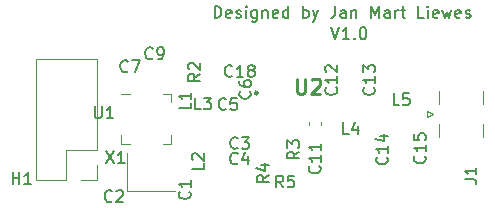
<source format=gbr>
%TF.GenerationSoftware,KiCad,Pcbnew,(5.1.6)-1*%
%TF.CreationDate,2020-08-19T15:04:17+02:00*%
%TF.ProjectId,nRF24module,6e524632-346d-46f6-9475-6c652e6b6963,1*%
%TF.SameCoordinates,Original*%
%TF.FileFunction,Legend,Top*%
%TF.FilePolarity,Positive*%
%FSLAX46Y46*%
G04 Gerber Fmt 4.6, Leading zero omitted, Abs format (unit mm)*
G04 Created by KiCad (PCBNEW (5.1.6)-1) date 2020-08-19 15:04:17*
%MOMM*%
%LPD*%
G01*
G04 APERTURE LIST*
%ADD10C,0.200000*%
%ADD11C,0.120000*%
%ADD12C,0.250000*%
%ADD13C,0.150000*%
%ADD14C,0.254000*%
G04 APERTURE END LIST*
D10*
X146676190Y-94652380D02*
X147009523Y-95652380D01*
X147342857Y-94652380D01*
X148200000Y-95652380D02*
X147628571Y-95652380D01*
X147914285Y-95652380D02*
X147914285Y-94652380D01*
X147819047Y-94795238D01*
X147723809Y-94890476D01*
X147628571Y-94938095D01*
X148628571Y-95557142D02*
X148676190Y-95604761D01*
X148628571Y-95652380D01*
X148580952Y-95604761D01*
X148628571Y-95557142D01*
X148628571Y-95652380D01*
X149295238Y-94652380D02*
X149390476Y-94652380D01*
X149485714Y-94700000D01*
X149533333Y-94747619D01*
X149580952Y-94842857D01*
X149628571Y-95033333D01*
X149628571Y-95271428D01*
X149580952Y-95461904D01*
X149533333Y-95557142D01*
X149485714Y-95604761D01*
X149390476Y-95652380D01*
X149295238Y-95652380D01*
X149200000Y-95604761D01*
X149152380Y-95557142D01*
X149104761Y-95461904D01*
X149057142Y-95271428D01*
X149057142Y-95033333D01*
X149104761Y-94842857D01*
X149152380Y-94747619D01*
X149200000Y-94700000D01*
X149295238Y-94652380D01*
X136790476Y-93852380D02*
X136790476Y-92852380D01*
X137028571Y-92852380D01*
X137171428Y-92900000D01*
X137266666Y-92995238D01*
X137314285Y-93090476D01*
X137361904Y-93280952D01*
X137361904Y-93423809D01*
X137314285Y-93614285D01*
X137266666Y-93709523D01*
X137171428Y-93804761D01*
X137028571Y-93852380D01*
X136790476Y-93852380D01*
X138171428Y-93804761D02*
X138076190Y-93852380D01*
X137885714Y-93852380D01*
X137790476Y-93804761D01*
X137742857Y-93709523D01*
X137742857Y-93328571D01*
X137790476Y-93233333D01*
X137885714Y-93185714D01*
X138076190Y-93185714D01*
X138171428Y-93233333D01*
X138219047Y-93328571D01*
X138219047Y-93423809D01*
X137742857Y-93519047D01*
X138600000Y-93804761D02*
X138695238Y-93852380D01*
X138885714Y-93852380D01*
X138980952Y-93804761D01*
X139028571Y-93709523D01*
X139028571Y-93661904D01*
X138980952Y-93566666D01*
X138885714Y-93519047D01*
X138742857Y-93519047D01*
X138647619Y-93471428D01*
X138600000Y-93376190D01*
X138600000Y-93328571D01*
X138647619Y-93233333D01*
X138742857Y-93185714D01*
X138885714Y-93185714D01*
X138980952Y-93233333D01*
X139457142Y-93852380D02*
X139457142Y-93185714D01*
X139457142Y-92852380D02*
X139409523Y-92900000D01*
X139457142Y-92947619D01*
X139504761Y-92900000D01*
X139457142Y-92852380D01*
X139457142Y-92947619D01*
X140361904Y-93185714D02*
X140361904Y-93995238D01*
X140314285Y-94090476D01*
X140266666Y-94138095D01*
X140171428Y-94185714D01*
X140028571Y-94185714D01*
X139933333Y-94138095D01*
X140361904Y-93804761D02*
X140266666Y-93852380D01*
X140076190Y-93852380D01*
X139980952Y-93804761D01*
X139933333Y-93757142D01*
X139885714Y-93661904D01*
X139885714Y-93376190D01*
X139933333Y-93280952D01*
X139980952Y-93233333D01*
X140076190Y-93185714D01*
X140266666Y-93185714D01*
X140361904Y-93233333D01*
X140838095Y-93185714D02*
X140838095Y-93852380D01*
X140838095Y-93280952D02*
X140885714Y-93233333D01*
X140980952Y-93185714D01*
X141123809Y-93185714D01*
X141219047Y-93233333D01*
X141266666Y-93328571D01*
X141266666Y-93852380D01*
X142123809Y-93804761D02*
X142028571Y-93852380D01*
X141838095Y-93852380D01*
X141742857Y-93804761D01*
X141695238Y-93709523D01*
X141695238Y-93328571D01*
X141742857Y-93233333D01*
X141838095Y-93185714D01*
X142028571Y-93185714D01*
X142123809Y-93233333D01*
X142171428Y-93328571D01*
X142171428Y-93423809D01*
X141695238Y-93519047D01*
X143028571Y-93852380D02*
X143028571Y-92852380D01*
X143028571Y-93804761D02*
X142933333Y-93852380D01*
X142742857Y-93852380D01*
X142647619Y-93804761D01*
X142600000Y-93757142D01*
X142552380Y-93661904D01*
X142552380Y-93376190D01*
X142600000Y-93280952D01*
X142647619Y-93233333D01*
X142742857Y-93185714D01*
X142933333Y-93185714D01*
X143028571Y-93233333D01*
X144266666Y-93852380D02*
X144266666Y-92852380D01*
X144266666Y-93233333D02*
X144361904Y-93185714D01*
X144552380Y-93185714D01*
X144647619Y-93233333D01*
X144695238Y-93280952D01*
X144742857Y-93376190D01*
X144742857Y-93661904D01*
X144695238Y-93757142D01*
X144647619Y-93804761D01*
X144552380Y-93852380D01*
X144361904Y-93852380D01*
X144266666Y-93804761D01*
X145076190Y-93185714D02*
X145314285Y-93852380D01*
X145552380Y-93185714D02*
X145314285Y-93852380D01*
X145219047Y-94090476D01*
X145171428Y-94138095D01*
X145076190Y-94185714D01*
X146980952Y-92852380D02*
X146980952Y-93566666D01*
X146933333Y-93709523D01*
X146838095Y-93804761D01*
X146695238Y-93852380D01*
X146600000Y-93852380D01*
X147885714Y-93852380D02*
X147885714Y-93328571D01*
X147838095Y-93233333D01*
X147742857Y-93185714D01*
X147552380Y-93185714D01*
X147457142Y-93233333D01*
X147885714Y-93804761D02*
X147790476Y-93852380D01*
X147552380Y-93852380D01*
X147457142Y-93804761D01*
X147409523Y-93709523D01*
X147409523Y-93614285D01*
X147457142Y-93519047D01*
X147552380Y-93471428D01*
X147790476Y-93471428D01*
X147885714Y-93423809D01*
X148361904Y-93185714D02*
X148361904Y-93852380D01*
X148361904Y-93280952D02*
X148409523Y-93233333D01*
X148504761Y-93185714D01*
X148647619Y-93185714D01*
X148742857Y-93233333D01*
X148790476Y-93328571D01*
X148790476Y-93852380D01*
X150028571Y-93852380D02*
X150028571Y-92852380D01*
X150361904Y-93566666D01*
X150695238Y-92852380D01*
X150695238Y-93852380D01*
X151600000Y-93852380D02*
X151600000Y-93328571D01*
X151552380Y-93233333D01*
X151457142Y-93185714D01*
X151266666Y-93185714D01*
X151171428Y-93233333D01*
X151600000Y-93804761D02*
X151504761Y-93852380D01*
X151266666Y-93852380D01*
X151171428Y-93804761D01*
X151123809Y-93709523D01*
X151123809Y-93614285D01*
X151171428Y-93519047D01*
X151266666Y-93471428D01*
X151504761Y-93471428D01*
X151600000Y-93423809D01*
X152076190Y-93852380D02*
X152076190Y-93185714D01*
X152076190Y-93376190D02*
X152123809Y-93280952D01*
X152171428Y-93233333D01*
X152266666Y-93185714D01*
X152361904Y-93185714D01*
X152552380Y-93185714D02*
X152933333Y-93185714D01*
X152695238Y-92852380D02*
X152695238Y-93709523D01*
X152742857Y-93804761D01*
X152838095Y-93852380D01*
X152933333Y-93852380D01*
X154504761Y-93852380D02*
X154028571Y-93852380D01*
X154028571Y-92852380D01*
X154838095Y-93852380D02*
X154838095Y-93185714D01*
X154838095Y-92852380D02*
X154790476Y-92900000D01*
X154838095Y-92947619D01*
X154885714Y-92900000D01*
X154838095Y-92852380D01*
X154838095Y-92947619D01*
X155695238Y-93804761D02*
X155600000Y-93852380D01*
X155409523Y-93852380D01*
X155314285Y-93804761D01*
X155266666Y-93709523D01*
X155266666Y-93328571D01*
X155314285Y-93233333D01*
X155409523Y-93185714D01*
X155600000Y-93185714D01*
X155695238Y-93233333D01*
X155742857Y-93328571D01*
X155742857Y-93423809D01*
X155266666Y-93519047D01*
X156076190Y-93185714D02*
X156266666Y-93852380D01*
X156457142Y-93376190D01*
X156647619Y-93852380D01*
X156838095Y-93185714D01*
X157600000Y-93804761D02*
X157504761Y-93852380D01*
X157314285Y-93852380D01*
X157219047Y-93804761D01*
X157171428Y-93709523D01*
X157171428Y-93328571D01*
X157219047Y-93233333D01*
X157314285Y-93185714D01*
X157504761Y-93185714D01*
X157600000Y-93233333D01*
X157647619Y-93328571D01*
X157647619Y-93423809D01*
X157171428Y-93519047D01*
X158028571Y-93804761D02*
X158123809Y-93852380D01*
X158314285Y-93852380D01*
X158409523Y-93804761D01*
X158457142Y-93709523D01*
X158457142Y-93661904D01*
X158409523Y-93566666D01*
X158314285Y-93519047D01*
X158171428Y-93519047D01*
X158076190Y-93471428D01*
X158028571Y-93376190D01*
X158028571Y-93328571D01*
X158076190Y-93233333D01*
X158171428Y-93185714D01*
X158314285Y-93185714D01*
X158409523Y-93233333D01*
D11*
%TO.C,H1*%
X126830000Y-97330000D02*
X121630000Y-97330000D01*
X126830000Y-105010000D02*
X126830000Y-97330000D01*
X121630000Y-107610000D02*
X121630000Y-97330000D01*
X126830000Y-105010000D02*
X124230000Y-105010000D01*
X124230000Y-105010000D02*
X124230000Y-107610000D01*
X124230000Y-107610000D02*
X121630000Y-107610000D01*
X126830000Y-106280000D02*
X126830000Y-107610000D01*
X126830000Y-107610000D02*
X125500000Y-107610000D01*
%TO.C,U1*%
X132385000Y-100290000D02*
X133110000Y-100290000D01*
X133110000Y-100290000D02*
X133110000Y-101015000D01*
X129615000Y-104510000D02*
X128890000Y-104510000D01*
X128890000Y-104510000D02*
X128890000Y-103785000D01*
X132385000Y-104510000D02*
X133110000Y-104510000D01*
X133110000Y-104510000D02*
X133110000Y-103785000D01*
X129615000Y-100290000D02*
X128890000Y-100290000D01*
D12*
%TO.C,U2*%
X140425000Y-100200000D02*
G75*
G03*
X140425000Y-100200000I-125000J0D01*
G01*
D11*
%TO.C,C11*%
X144790000Y-102950279D02*
X144790000Y-102624721D01*
X145810000Y-102950279D02*
X145810000Y-102624721D01*
%TO.C,X1*%
X129400000Y-105250000D02*
X129400000Y-108550000D01*
X129400000Y-108550000D02*
X133400000Y-108550000D01*
%TO.C,J1*%
X154740000Y-102250000D02*
X155240000Y-102000000D01*
X154740000Y-101750000D02*
X154740000Y-102250000D01*
X155240000Y-102000000D02*
X154740000Y-101750000D01*
X159500000Y-103950000D02*
X159500000Y-102840000D01*
X159500000Y-101160000D02*
X159500000Y-100050000D01*
X155790000Y-103950000D02*
X155790000Y-102840000D01*
X155790000Y-101160000D02*
X155790000Y-100050000D01*
%TO.C,R5*%
D13*
X142583333Y-108202380D02*
X142250000Y-107726190D01*
X142011904Y-108202380D02*
X142011904Y-107202380D01*
X142392857Y-107202380D01*
X142488095Y-107250000D01*
X142535714Y-107297619D01*
X142583333Y-107392857D01*
X142583333Y-107535714D01*
X142535714Y-107630952D01*
X142488095Y-107678571D01*
X142392857Y-107726190D01*
X142011904Y-107726190D01*
X143488095Y-107202380D02*
X143011904Y-107202380D01*
X142964285Y-107678571D01*
X143011904Y-107630952D01*
X143107142Y-107583333D01*
X143345238Y-107583333D01*
X143440476Y-107630952D01*
X143488095Y-107678571D01*
X143535714Y-107773809D01*
X143535714Y-108011904D01*
X143488095Y-108107142D01*
X143440476Y-108154761D01*
X143345238Y-108202380D01*
X143107142Y-108202380D01*
X143011904Y-108154761D01*
X142964285Y-108107142D01*
%TO.C,H1*%
X119688095Y-107932380D02*
X119688095Y-106932380D01*
X119688095Y-107408571D02*
X120259523Y-107408571D01*
X120259523Y-107932380D02*
X120259523Y-106932380D01*
X121259523Y-107932380D02*
X120688095Y-107932380D01*
X120973809Y-107932380D02*
X120973809Y-106932380D01*
X120878571Y-107075238D01*
X120783333Y-107170476D01*
X120688095Y-107218095D01*
%TO.C,U1*%
X126638095Y-101352380D02*
X126638095Y-102161904D01*
X126685714Y-102257142D01*
X126733333Y-102304761D01*
X126828571Y-102352380D01*
X127019047Y-102352380D01*
X127114285Y-102304761D01*
X127161904Y-102257142D01*
X127209523Y-102161904D01*
X127209523Y-101352380D01*
X128209523Y-102352380D02*
X127638095Y-102352380D01*
X127923809Y-102352380D02*
X127923809Y-101352380D01*
X127828571Y-101495238D01*
X127733333Y-101590476D01*
X127638095Y-101638095D01*
%TO.C,U2*%
D14*
X143732380Y-99004523D02*
X143732380Y-100032619D01*
X143792857Y-100153571D01*
X143853333Y-100214047D01*
X143974285Y-100274523D01*
X144216190Y-100274523D01*
X144337142Y-100214047D01*
X144397619Y-100153571D01*
X144458095Y-100032619D01*
X144458095Y-99004523D01*
X145002380Y-99125476D02*
X145062857Y-99065000D01*
X145183809Y-99004523D01*
X145486190Y-99004523D01*
X145607142Y-99065000D01*
X145667619Y-99125476D01*
X145728095Y-99246428D01*
X145728095Y-99367380D01*
X145667619Y-99548809D01*
X144941904Y-100274523D01*
X145728095Y-100274523D01*
%TO.C,C11*%
D13*
X145657142Y-106392857D02*
X145704761Y-106440476D01*
X145752380Y-106583333D01*
X145752380Y-106678571D01*
X145704761Y-106821428D01*
X145609523Y-106916666D01*
X145514285Y-106964285D01*
X145323809Y-107011904D01*
X145180952Y-107011904D01*
X144990476Y-106964285D01*
X144895238Y-106916666D01*
X144800000Y-106821428D01*
X144752380Y-106678571D01*
X144752380Y-106583333D01*
X144800000Y-106440476D01*
X144847619Y-106392857D01*
X145752380Y-105440476D02*
X145752380Y-106011904D01*
X145752380Y-105726190D02*
X144752380Y-105726190D01*
X144895238Y-105821428D01*
X144990476Y-105916666D01*
X145038095Y-106011904D01*
X145752380Y-104488095D02*
X145752380Y-105059523D01*
X145752380Y-104773809D02*
X144752380Y-104773809D01*
X144895238Y-104869047D01*
X144990476Y-104964285D01*
X145038095Y-105059523D01*
%TO.C,X1*%
X127590476Y-105152380D02*
X128257142Y-106152380D01*
X128257142Y-105152380D02*
X127590476Y-106152380D01*
X129161904Y-106152380D02*
X128590476Y-106152380D01*
X128876190Y-106152380D02*
X128876190Y-105152380D01*
X128780952Y-105295238D01*
X128685714Y-105390476D01*
X128590476Y-105438095D01*
%TO.C,R4*%
X141352380Y-107166666D02*
X140876190Y-107500000D01*
X141352380Y-107738095D02*
X140352380Y-107738095D01*
X140352380Y-107357142D01*
X140400000Y-107261904D01*
X140447619Y-107214285D01*
X140542857Y-107166666D01*
X140685714Y-107166666D01*
X140780952Y-107214285D01*
X140828571Y-107261904D01*
X140876190Y-107357142D01*
X140876190Y-107738095D01*
X140685714Y-106309523D02*
X141352380Y-106309523D01*
X140304761Y-106547619D02*
X141019047Y-106785714D01*
X141019047Y-106166666D01*
%TO.C,R3*%
X143952380Y-105166666D02*
X143476190Y-105500000D01*
X143952380Y-105738095D02*
X142952380Y-105738095D01*
X142952380Y-105357142D01*
X143000000Y-105261904D01*
X143047619Y-105214285D01*
X143142857Y-105166666D01*
X143285714Y-105166666D01*
X143380952Y-105214285D01*
X143428571Y-105261904D01*
X143476190Y-105357142D01*
X143476190Y-105738095D01*
X142952380Y-104833333D02*
X142952380Y-104214285D01*
X143333333Y-104547619D01*
X143333333Y-104404761D01*
X143380952Y-104309523D01*
X143428571Y-104261904D01*
X143523809Y-104214285D01*
X143761904Y-104214285D01*
X143857142Y-104261904D01*
X143904761Y-104309523D01*
X143952380Y-104404761D01*
X143952380Y-104690476D01*
X143904761Y-104785714D01*
X143857142Y-104833333D01*
%TO.C,R2*%
X135552380Y-98581666D02*
X135076190Y-98915000D01*
X135552380Y-99153095D02*
X134552380Y-99153095D01*
X134552380Y-98772142D01*
X134600000Y-98676904D01*
X134647619Y-98629285D01*
X134742857Y-98581666D01*
X134885714Y-98581666D01*
X134980952Y-98629285D01*
X135028571Y-98676904D01*
X135076190Y-98772142D01*
X135076190Y-99153095D01*
X134647619Y-98200714D02*
X134600000Y-98153095D01*
X134552380Y-98057857D01*
X134552380Y-97819761D01*
X134600000Y-97724523D01*
X134647619Y-97676904D01*
X134742857Y-97629285D01*
X134838095Y-97629285D01*
X134980952Y-97676904D01*
X135552380Y-98248333D01*
X135552380Y-97629285D01*
%TO.C,L5*%
X152433333Y-101252380D02*
X151957142Y-101252380D01*
X151957142Y-100252380D01*
X153242857Y-100252380D02*
X152766666Y-100252380D01*
X152719047Y-100728571D01*
X152766666Y-100680952D01*
X152861904Y-100633333D01*
X153100000Y-100633333D01*
X153195238Y-100680952D01*
X153242857Y-100728571D01*
X153290476Y-100823809D01*
X153290476Y-101061904D01*
X153242857Y-101157142D01*
X153195238Y-101204761D01*
X153100000Y-101252380D01*
X152861904Y-101252380D01*
X152766666Y-101204761D01*
X152719047Y-101157142D01*
%TO.C,L4*%
X148133333Y-103702380D02*
X147657142Y-103702380D01*
X147657142Y-102702380D01*
X148895238Y-103035714D02*
X148895238Y-103702380D01*
X148657142Y-102654761D02*
X148419047Y-103369047D01*
X149038095Y-103369047D01*
%TO.C,L3*%
X135633333Y-101602380D02*
X135157142Y-101602380D01*
X135157142Y-100602380D01*
X135871428Y-100602380D02*
X136490476Y-100602380D01*
X136157142Y-100983333D01*
X136300000Y-100983333D01*
X136395238Y-101030952D01*
X136442857Y-101078571D01*
X136490476Y-101173809D01*
X136490476Y-101411904D01*
X136442857Y-101507142D01*
X136395238Y-101554761D01*
X136300000Y-101602380D01*
X136014285Y-101602380D01*
X135919047Y-101554761D01*
X135871428Y-101507142D01*
%TO.C,L2*%
X135852380Y-106166666D02*
X135852380Y-106642857D01*
X134852380Y-106642857D01*
X134947619Y-105880952D02*
X134900000Y-105833333D01*
X134852380Y-105738095D01*
X134852380Y-105500000D01*
X134900000Y-105404761D01*
X134947619Y-105357142D01*
X135042857Y-105309523D01*
X135138095Y-105309523D01*
X135280952Y-105357142D01*
X135852380Y-105928571D01*
X135852380Y-105309523D01*
%TO.C,L1*%
X134752380Y-101036666D02*
X134752380Y-101512857D01*
X133752380Y-101512857D01*
X134752380Y-100179523D02*
X134752380Y-100750952D01*
X134752380Y-100465238D02*
X133752380Y-100465238D01*
X133895238Y-100560476D01*
X133990476Y-100655714D01*
X134038095Y-100750952D01*
%TO.C,J1*%
X157952380Y-107533333D02*
X158666666Y-107533333D01*
X158809523Y-107580952D01*
X158904761Y-107676190D01*
X158952380Y-107819047D01*
X158952380Y-107914285D01*
X158952380Y-106533333D02*
X158952380Y-107104761D01*
X158952380Y-106819047D02*
X157952380Y-106819047D01*
X158095238Y-106914285D01*
X158190476Y-107009523D01*
X158238095Y-107104761D01*
%TO.C,C18*%
X138257142Y-98757142D02*
X138209523Y-98804761D01*
X138066666Y-98852380D01*
X137971428Y-98852380D01*
X137828571Y-98804761D01*
X137733333Y-98709523D01*
X137685714Y-98614285D01*
X137638095Y-98423809D01*
X137638095Y-98280952D01*
X137685714Y-98090476D01*
X137733333Y-97995238D01*
X137828571Y-97900000D01*
X137971428Y-97852380D01*
X138066666Y-97852380D01*
X138209523Y-97900000D01*
X138257142Y-97947619D01*
X139209523Y-98852380D02*
X138638095Y-98852380D01*
X138923809Y-98852380D02*
X138923809Y-97852380D01*
X138828571Y-97995238D01*
X138733333Y-98090476D01*
X138638095Y-98138095D01*
X139780952Y-98280952D02*
X139685714Y-98233333D01*
X139638095Y-98185714D01*
X139590476Y-98090476D01*
X139590476Y-98042857D01*
X139638095Y-97947619D01*
X139685714Y-97900000D01*
X139780952Y-97852380D01*
X139971428Y-97852380D01*
X140066666Y-97900000D01*
X140114285Y-97947619D01*
X140161904Y-98042857D01*
X140161904Y-98090476D01*
X140114285Y-98185714D01*
X140066666Y-98233333D01*
X139971428Y-98280952D01*
X139780952Y-98280952D01*
X139685714Y-98328571D01*
X139638095Y-98376190D01*
X139590476Y-98471428D01*
X139590476Y-98661904D01*
X139638095Y-98757142D01*
X139685714Y-98804761D01*
X139780952Y-98852380D01*
X139971428Y-98852380D01*
X140066666Y-98804761D01*
X140114285Y-98757142D01*
X140161904Y-98661904D01*
X140161904Y-98471428D01*
X140114285Y-98376190D01*
X140066666Y-98328571D01*
X139971428Y-98280952D01*
%TO.C,C15*%
X154557142Y-105542857D02*
X154604761Y-105590476D01*
X154652380Y-105733333D01*
X154652380Y-105828571D01*
X154604761Y-105971428D01*
X154509523Y-106066666D01*
X154414285Y-106114285D01*
X154223809Y-106161904D01*
X154080952Y-106161904D01*
X153890476Y-106114285D01*
X153795238Y-106066666D01*
X153700000Y-105971428D01*
X153652380Y-105828571D01*
X153652380Y-105733333D01*
X153700000Y-105590476D01*
X153747619Y-105542857D01*
X154652380Y-104590476D02*
X154652380Y-105161904D01*
X154652380Y-104876190D02*
X153652380Y-104876190D01*
X153795238Y-104971428D01*
X153890476Y-105066666D01*
X153938095Y-105161904D01*
X153652380Y-103685714D02*
X153652380Y-104161904D01*
X154128571Y-104209523D01*
X154080952Y-104161904D01*
X154033333Y-104066666D01*
X154033333Y-103828571D01*
X154080952Y-103733333D01*
X154128571Y-103685714D01*
X154223809Y-103638095D01*
X154461904Y-103638095D01*
X154557142Y-103685714D01*
X154604761Y-103733333D01*
X154652380Y-103828571D01*
X154652380Y-104066666D01*
X154604761Y-104161904D01*
X154557142Y-104209523D01*
%TO.C,C14*%
X151357142Y-105642857D02*
X151404761Y-105690476D01*
X151452380Y-105833333D01*
X151452380Y-105928571D01*
X151404761Y-106071428D01*
X151309523Y-106166666D01*
X151214285Y-106214285D01*
X151023809Y-106261904D01*
X150880952Y-106261904D01*
X150690476Y-106214285D01*
X150595238Y-106166666D01*
X150500000Y-106071428D01*
X150452380Y-105928571D01*
X150452380Y-105833333D01*
X150500000Y-105690476D01*
X150547619Y-105642857D01*
X151452380Y-104690476D02*
X151452380Y-105261904D01*
X151452380Y-104976190D02*
X150452380Y-104976190D01*
X150595238Y-105071428D01*
X150690476Y-105166666D01*
X150738095Y-105261904D01*
X150785714Y-103833333D02*
X151452380Y-103833333D01*
X150404761Y-104071428D02*
X151119047Y-104309523D01*
X151119047Y-103690476D01*
%TO.C,C13*%
X150257142Y-99742857D02*
X150304761Y-99790476D01*
X150352380Y-99933333D01*
X150352380Y-100028571D01*
X150304761Y-100171428D01*
X150209523Y-100266666D01*
X150114285Y-100314285D01*
X149923809Y-100361904D01*
X149780952Y-100361904D01*
X149590476Y-100314285D01*
X149495238Y-100266666D01*
X149400000Y-100171428D01*
X149352380Y-100028571D01*
X149352380Y-99933333D01*
X149400000Y-99790476D01*
X149447619Y-99742857D01*
X150352380Y-98790476D02*
X150352380Y-99361904D01*
X150352380Y-99076190D02*
X149352380Y-99076190D01*
X149495238Y-99171428D01*
X149590476Y-99266666D01*
X149638095Y-99361904D01*
X149352380Y-98457142D02*
X149352380Y-97838095D01*
X149733333Y-98171428D01*
X149733333Y-98028571D01*
X149780952Y-97933333D01*
X149828571Y-97885714D01*
X149923809Y-97838095D01*
X150161904Y-97838095D01*
X150257142Y-97885714D01*
X150304761Y-97933333D01*
X150352380Y-98028571D01*
X150352380Y-98314285D01*
X150304761Y-98409523D01*
X150257142Y-98457142D01*
%TO.C,C12*%
X147057142Y-99742857D02*
X147104761Y-99790476D01*
X147152380Y-99933333D01*
X147152380Y-100028571D01*
X147104761Y-100171428D01*
X147009523Y-100266666D01*
X146914285Y-100314285D01*
X146723809Y-100361904D01*
X146580952Y-100361904D01*
X146390476Y-100314285D01*
X146295238Y-100266666D01*
X146200000Y-100171428D01*
X146152380Y-100028571D01*
X146152380Y-99933333D01*
X146200000Y-99790476D01*
X146247619Y-99742857D01*
X147152380Y-98790476D02*
X147152380Y-99361904D01*
X147152380Y-99076190D02*
X146152380Y-99076190D01*
X146295238Y-99171428D01*
X146390476Y-99266666D01*
X146438095Y-99361904D01*
X146247619Y-98409523D02*
X146200000Y-98361904D01*
X146152380Y-98266666D01*
X146152380Y-98028571D01*
X146200000Y-97933333D01*
X146247619Y-97885714D01*
X146342857Y-97838095D01*
X146438095Y-97838095D01*
X146580952Y-97885714D01*
X147152380Y-98457142D01*
X147152380Y-97838095D01*
%TO.C,C9*%
X131533333Y-97257142D02*
X131485714Y-97304761D01*
X131342857Y-97352380D01*
X131247619Y-97352380D01*
X131104761Y-97304761D01*
X131009523Y-97209523D01*
X130961904Y-97114285D01*
X130914285Y-96923809D01*
X130914285Y-96780952D01*
X130961904Y-96590476D01*
X131009523Y-96495238D01*
X131104761Y-96400000D01*
X131247619Y-96352380D01*
X131342857Y-96352380D01*
X131485714Y-96400000D01*
X131533333Y-96447619D01*
X132009523Y-97352380D02*
X132200000Y-97352380D01*
X132295238Y-97304761D01*
X132342857Y-97257142D01*
X132438095Y-97114285D01*
X132485714Y-96923809D01*
X132485714Y-96542857D01*
X132438095Y-96447619D01*
X132390476Y-96400000D01*
X132295238Y-96352380D01*
X132104761Y-96352380D01*
X132009523Y-96400000D01*
X131961904Y-96447619D01*
X131914285Y-96542857D01*
X131914285Y-96780952D01*
X131961904Y-96876190D01*
X132009523Y-96923809D01*
X132104761Y-96971428D01*
X132295238Y-96971428D01*
X132390476Y-96923809D01*
X132438095Y-96876190D01*
X132485714Y-96780952D01*
%TO.C,C7*%
X129433333Y-98357142D02*
X129385714Y-98404761D01*
X129242857Y-98452380D01*
X129147619Y-98452380D01*
X129004761Y-98404761D01*
X128909523Y-98309523D01*
X128861904Y-98214285D01*
X128814285Y-98023809D01*
X128814285Y-97880952D01*
X128861904Y-97690476D01*
X128909523Y-97595238D01*
X129004761Y-97500000D01*
X129147619Y-97452380D01*
X129242857Y-97452380D01*
X129385714Y-97500000D01*
X129433333Y-97547619D01*
X129766666Y-97452380D02*
X130433333Y-97452380D01*
X130004761Y-98452380D01*
%TO.C,C6*%
X139757142Y-100066666D02*
X139804761Y-100114285D01*
X139852380Y-100257142D01*
X139852380Y-100352380D01*
X139804761Y-100495238D01*
X139709523Y-100590476D01*
X139614285Y-100638095D01*
X139423809Y-100685714D01*
X139280952Y-100685714D01*
X139090476Y-100638095D01*
X138995238Y-100590476D01*
X138900000Y-100495238D01*
X138852380Y-100352380D01*
X138852380Y-100257142D01*
X138900000Y-100114285D01*
X138947619Y-100066666D01*
X138852380Y-99209523D02*
X138852380Y-99400000D01*
X138900000Y-99495238D01*
X138947619Y-99542857D01*
X139090476Y-99638095D01*
X139280952Y-99685714D01*
X139661904Y-99685714D01*
X139757142Y-99638095D01*
X139804761Y-99590476D01*
X139852380Y-99495238D01*
X139852380Y-99304761D01*
X139804761Y-99209523D01*
X139757142Y-99161904D01*
X139661904Y-99114285D01*
X139423809Y-99114285D01*
X139328571Y-99161904D01*
X139280952Y-99209523D01*
X139233333Y-99304761D01*
X139233333Y-99495238D01*
X139280952Y-99590476D01*
X139328571Y-99638095D01*
X139423809Y-99685714D01*
%TO.C,C5*%
X137733333Y-101557142D02*
X137685714Y-101604761D01*
X137542857Y-101652380D01*
X137447619Y-101652380D01*
X137304761Y-101604761D01*
X137209523Y-101509523D01*
X137161904Y-101414285D01*
X137114285Y-101223809D01*
X137114285Y-101080952D01*
X137161904Y-100890476D01*
X137209523Y-100795238D01*
X137304761Y-100700000D01*
X137447619Y-100652380D01*
X137542857Y-100652380D01*
X137685714Y-100700000D01*
X137733333Y-100747619D01*
X138638095Y-100652380D02*
X138161904Y-100652380D01*
X138114285Y-101128571D01*
X138161904Y-101080952D01*
X138257142Y-101033333D01*
X138495238Y-101033333D01*
X138590476Y-101080952D01*
X138638095Y-101128571D01*
X138685714Y-101223809D01*
X138685714Y-101461904D01*
X138638095Y-101557142D01*
X138590476Y-101604761D01*
X138495238Y-101652380D01*
X138257142Y-101652380D01*
X138161904Y-101604761D01*
X138114285Y-101557142D01*
%TO.C,C4*%
X138733333Y-106157142D02*
X138685714Y-106204761D01*
X138542857Y-106252380D01*
X138447619Y-106252380D01*
X138304761Y-106204761D01*
X138209523Y-106109523D01*
X138161904Y-106014285D01*
X138114285Y-105823809D01*
X138114285Y-105680952D01*
X138161904Y-105490476D01*
X138209523Y-105395238D01*
X138304761Y-105300000D01*
X138447619Y-105252380D01*
X138542857Y-105252380D01*
X138685714Y-105300000D01*
X138733333Y-105347619D01*
X139590476Y-105585714D02*
X139590476Y-106252380D01*
X139352380Y-105204761D02*
X139114285Y-105919047D01*
X139733333Y-105919047D01*
%TO.C,C3*%
X138733333Y-104857142D02*
X138685714Y-104904761D01*
X138542857Y-104952380D01*
X138447619Y-104952380D01*
X138304761Y-104904761D01*
X138209523Y-104809523D01*
X138161904Y-104714285D01*
X138114285Y-104523809D01*
X138114285Y-104380952D01*
X138161904Y-104190476D01*
X138209523Y-104095238D01*
X138304761Y-104000000D01*
X138447619Y-103952380D01*
X138542857Y-103952380D01*
X138685714Y-104000000D01*
X138733333Y-104047619D01*
X139066666Y-103952380D02*
X139685714Y-103952380D01*
X139352380Y-104333333D01*
X139495238Y-104333333D01*
X139590476Y-104380952D01*
X139638095Y-104428571D01*
X139685714Y-104523809D01*
X139685714Y-104761904D01*
X139638095Y-104857142D01*
X139590476Y-104904761D01*
X139495238Y-104952380D01*
X139209523Y-104952380D01*
X139114285Y-104904761D01*
X139066666Y-104857142D01*
%TO.C,C2*%
X128083333Y-109357142D02*
X128035714Y-109404761D01*
X127892857Y-109452380D01*
X127797619Y-109452380D01*
X127654761Y-109404761D01*
X127559523Y-109309523D01*
X127511904Y-109214285D01*
X127464285Y-109023809D01*
X127464285Y-108880952D01*
X127511904Y-108690476D01*
X127559523Y-108595238D01*
X127654761Y-108500000D01*
X127797619Y-108452380D01*
X127892857Y-108452380D01*
X128035714Y-108500000D01*
X128083333Y-108547619D01*
X128464285Y-108547619D02*
X128511904Y-108500000D01*
X128607142Y-108452380D01*
X128845238Y-108452380D01*
X128940476Y-108500000D01*
X128988095Y-108547619D01*
X129035714Y-108642857D01*
X129035714Y-108738095D01*
X128988095Y-108880952D01*
X128416666Y-109452380D01*
X129035714Y-109452380D01*
%TO.C,C1*%
X134657142Y-108566666D02*
X134704761Y-108614285D01*
X134752380Y-108757142D01*
X134752380Y-108852380D01*
X134704761Y-108995238D01*
X134609523Y-109090476D01*
X134514285Y-109138095D01*
X134323809Y-109185714D01*
X134180952Y-109185714D01*
X133990476Y-109138095D01*
X133895238Y-109090476D01*
X133800000Y-108995238D01*
X133752380Y-108852380D01*
X133752380Y-108757142D01*
X133800000Y-108614285D01*
X133847619Y-108566666D01*
X134752380Y-107614285D02*
X134752380Y-108185714D01*
X134752380Y-107900000D02*
X133752380Y-107900000D01*
X133895238Y-107995238D01*
X133990476Y-108090476D01*
X134038095Y-108185714D01*
%TD*%
M02*

</source>
